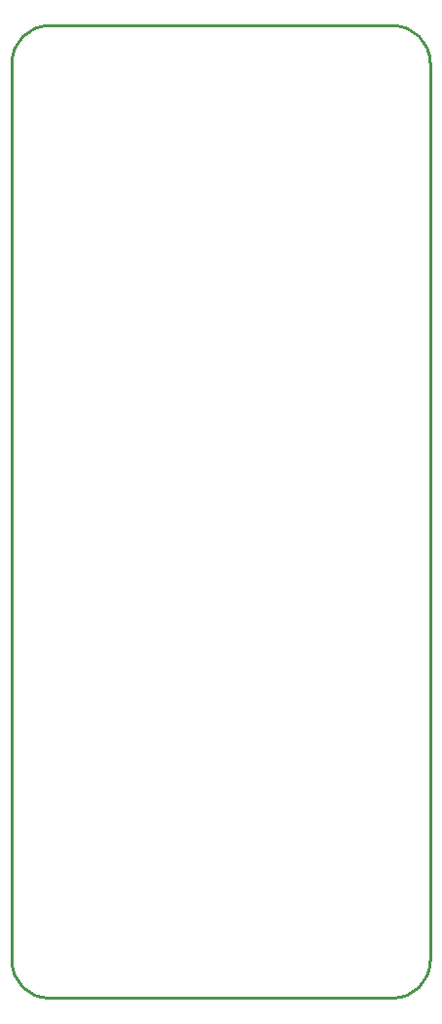
<source format=gko>
G04 Layer: BoardOutlineLayer*
G04 EasyEDA v6.5.47, 2024-10-28 03:20:38*
G04 309fc15a7aae42b18f401f2aeeeb71d8,d1a2f3594b844fcea760d271ff29be0f,10*
G04 Gerber Generator version 0.2*
G04 Scale: 100 percent, Rotated: No, Reflected: No *
G04 Dimensions in millimeters *
G04 leading zeros omitted , absolute positions ,4 integer and 5 decimal *
%FSLAX45Y45*%
%MOMM*%

%ADD10C,0.2540*%
D10*
X2065995Y4703089D02*
G01*
X2065995Y12510475D01*
X5380690Y4381492D02*
G01*
X2387594Y4381492D01*
X5702289Y12510475D02*
G01*
X5702289Y4703089D01*
X2387594Y12832074D02*
G01*
X5380690Y12832074D01*
G75*
G01*
X5380689Y12832074D02*
G02*
X5702289Y12510475I0J-321599D01*
G75*
G01*
X5702289Y4703089D02*
G02*
X5380689Y4381492I-321600J3D01*
G75*
G01*
X2387595Y4381492D02*
G02*
X2065996Y4703089I0J321600D01*
G75*
G01*
X2065996Y12510475D02*
G02*
X2387595Y12832074I321599J0D01*

%LPD*%
M02*

</source>
